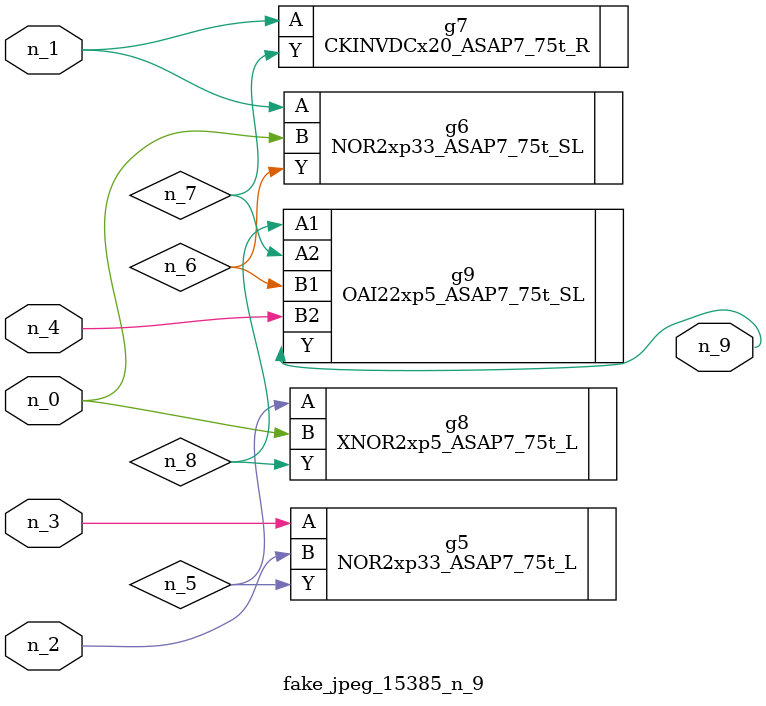
<source format=v>
module fake_jpeg_15385_n_9 (n_3, n_2, n_1, n_0, n_4, n_9);

input n_3;
input n_2;
input n_1;
input n_0;
input n_4;

output n_9;

wire n_8;
wire n_6;
wire n_5;
wire n_7;

NOR2xp33_ASAP7_75t_L g5 ( 
.A(n_3),
.B(n_2),
.Y(n_5)
);

NOR2xp33_ASAP7_75t_SL g6 ( 
.A(n_1),
.B(n_0),
.Y(n_6)
);

CKINVDCx20_ASAP7_75t_R g7 ( 
.A(n_1),
.Y(n_7)
);

XNOR2xp5_ASAP7_75t_L g8 ( 
.A(n_5),
.B(n_0),
.Y(n_8)
);

OAI22xp5_ASAP7_75t_SL g9 ( 
.A1(n_8),
.A2(n_7),
.B1(n_6),
.B2(n_4),
.Y(n_9)
);


endmodule
</source>
